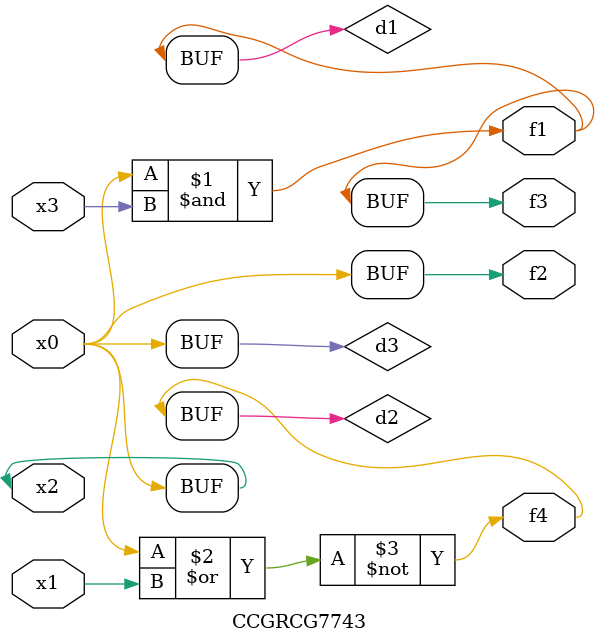
<source format=v>
module CCGRCG7743(
	input x0, x1, x2, x3,
	output f1, f2, f3, f4
);

	wire d1, d2, d3;

	and (d1, x2, x3);
	nor (d2, x0, x1);
	buf (d3, x0, x2);
	assign f1 = d1;
	assign f2 = d3;
	assign f3 = d1;
	assign f4 = d2;
endmodule

</source>
